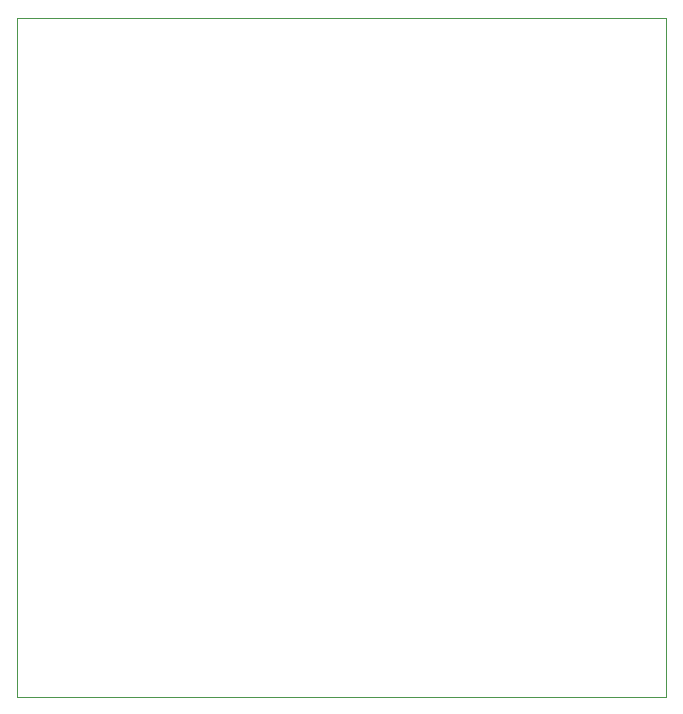
<source format=gbr>
G04 #@! TF.GenerationSoftware,KiCad,Pcbnew,(5.1.2)-1*
G04 #@! TF.CreationDate,2019-10-11T14:20:38-04:00*
G04 #@! TF.ProjectId,faceplate,66616365-706c-4617-9465-2e6b69636164,rev?*
G04 #@! TF.SameCoordinates,Original*
G04 #@! TF.FileFunction,Profile,NP*
%FSLAX46Y46*%
G04 Gerber Fmt 4.6, Leading zero omitted, Abs format (unit mm)*
G04 Created by KiCad (PCBNEW (5.1.2)-1) date 2019-10-11 14:20:38*
%MOMM*%
%LPD*%
G04 APERTURE LIST*
%ADD10C,0.050000*%
G04 APERTURE END LIST*
D10*
X131064000Y-73406000D02*
X186064000Y-73406000D01*
X131064000Y-130906000D02*
X131064000Y-73406000D01*
X186064000Y-130906000D02*
X131064000Y-130906000D01*
X186064000Y-73406000D02*
X186064000Y-130906000D01*
M02*

</source>
